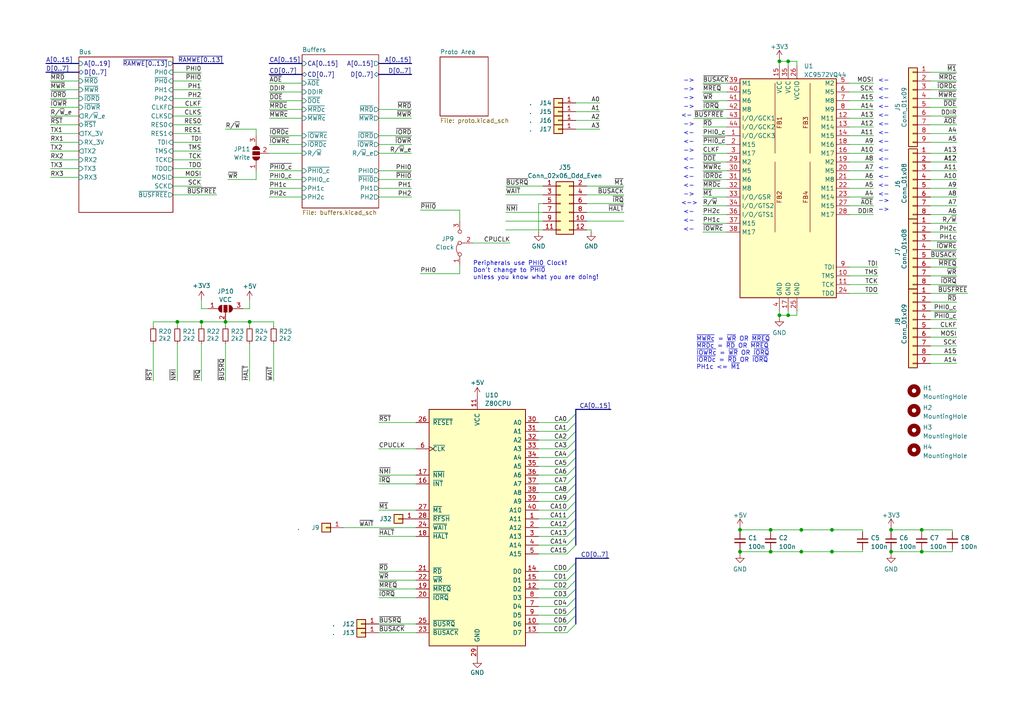
<source format=kicad_sch>
(kicad_sch (version 20230121) (generator eeschema)
  (paper "A4")
  (title_block (title "Unicomp v2 - 6502 6802 Board") (date "2023-06-29") (rev "v2") (company "100% Offner") (comment 1 "v2: Initial"))
  (junction (at 232.41 160.02))
  (junction (at 258.445 153.67))
  (junction (at 72.39 93.345))
  (junction (at 226.06 17.78))
  (junction (at 223.52 153.67))
  (junction (at 241.3 160.02))
  (junction (at 241.3 153.67))
  (junction (at 214.63 153.67))
  (junction (at 65.405 93.345))
  (junction (at 58.42 93.345))
  (junction (at 267.335 153.67))
  (junction (at 223.52 160.02))
  (junction (at 228.6 91.44))
  (junction (at 232.41 153.67))
  (junction (at 214.63 160.02))
  (junction (at 258.445 160.02))
  (junction (at 51.435 93.345))
  (junction (at 226.06 91.44))
  (junction (at 228.6 17.78))
  (junction (at 267.335 160.02))
  (bus_entry (at 167.005 122.555) (size -2.54 2.54))
  (bus_entry (at 167.005 150.495) (size -2.54 2.54))
  (bus_entry (at 167.005 170.815) (size -2.54 2.54))
  (bus_entry (at 167.005 130.175) (size -2.54 2.54))
  (bus_entry (at 167.005 165.735) (size -2.54 2.54))
  (bus_entry (at 167.005 145.415) (size -2.54 2.54))
  (bus_entry (at 167.005 163.195) (size -2.54 2.54))
  (bus_entry (at 167.005 155.575) (size -2.54 2.54))
  (bus_entry (at 167.005 127.635) (size -2.54 2.54))
  (bus_entry (at 167.005 153.035) (size -2.54 2.54))
  (bus_entry (at 167.005 180.975) (size -2.54 2.54))
  (bus_entry (at 167.005 142.875) (size -2.54 2.54))
  (bus_entry (at 167.005 120.015) (size -2.54 2.54))
  (bus_entry (at 167.005 137.795) (size -2.54 2.54))
  (bus_entry (at 167.005 173.355) (size -2.54 2.54))
  (bus_entry (at 167.005 178.435) (size -2.54 2.54))
  (bus_entry (at 167.005 125.095) (size -2.54 2.54))
  (bus_entry (at 167.005 132.715) (size -2.54 2.54))
  (bus_entry (at 167.005 175.895) (size -2.54 2.54))
  (bus_entry (at 167.005 147.955) (size -2.54 2.54))
  (bus_entry (at 167.005 140.335) (size -2.54 2.54))
  (bus_entry (at 167.005 135.255) (size -2.54 2.54))
  (bus_entry (at 167.005 168.275) (size -2.54 2.54))
  (bus_entry (at 167.005 158.115) (size -2.54 2.54))
  (bus (pts (xy 167.005 170.815) (xy 167.005 173.355)))
  (wire (pts (xy 269.875 41.275) (xy 277.495 41.275)))
  (wire (pts (xy 241.3 159.385) (xy 241.3 160.02)))
  (wire (pts (xy 250.19 159.385) (xy 250.19 160.02)))
  (wire (pts (xy 58.42 86.995) (xy 58.42 89.535)))
  (wire (pts (xy 203.835 24.13) (xy 210.82 24.13)))
  (wire (pts (xy 223.52 153.67) (xy 223.52 154.305)))
  (wire (pts (xy 14.605 31.115) (xy 22.86 31.115)))
  (wire (pts (xy 269.875 69.85) (xy 277.495 69.85)))
  (wire (pts (xy 109.855 140.335) (xy 120.65 140.335)))
  (bus (pts (xy 167.005 158.115) (xy 167.005 155.575)))
  (wire (pts (xy 246.38 26.67) (xy 253.365 26.67)))
  (wire (pts (xy 156.21 170.815) (xy 164.465 170.815)))
  (wire (pts (xy 50.165 43.815) (xy 58.42 43.815)))
  (wire (pts (xy 156.21 183.515) (xy 164.465 183.515)))
  (wire (pts (xy 58.42 93.345) (xy 65.405 93.345)))
  (bus (pts (xy 50.165 18.415) (xy 64.77 18.415)))
  (wire (pts (xy 109.855 122.555) (xy 120.65 122.555)))
  (wire (pts (xy 269.875 54.61) (xy 277.495 54.61)))
  (wire (pts (xy 269.875 49.53) (xy 277.495 49.53)))
  (wire (pts (xy 170.18 59.055) (xy 180.975 59.055)))
  (bus (pts (xy 109.855 21.59) (xy 119.38 21.59)))
  (wire (pts (xy 72.39 110.49) (xy 72.39 99.695)))
  (bus (pts (xy 167.005 135.255) (xy 167.005 132.715)))
  (bus (pts (xy 167.005 175.895) (xy 167.005 178.435)))
  (wire (pts (xy 109.855 34.29) (xy 119.38 34.29)))
  (wire (pts (xy 78.105 29.21) (xy 87.63 29.21)))
  (wire (pts (xy 171.45 67.31) (xy 171.45 66.675)))
  (wire (pts (xy 269.875 26.035) (xy 277.495 26.035)))
  (wire (pts (xy 201.295 34.29) (xy 210.82 34.29)))
  (wire (pts (xy 87.63 57.15) (xy 78.105 57.15)))
  (wire (pts (xy 269.875 38.735) (xy 277.495 38.735)))
  (wire (pts (xy 156.21 175.895) (xy 164.465 175.895)))
  (wire (pts (xy 58.42 89.535) (xy 60.325 89.535)))
  (wire (pts (xy 50.165 36.195) (xy 58.42 36.195)))
  (wire (pts (xy 214.63 160.655) (xy 214.63 160.02)))
  (wire (pts (xy 74.295 49.53) (xy 74.295 52.07)))
  (wire (pts (xy 156.21 155.575) (xy 164.465 155.575)))
  (bus (pts (xy 167.005 163.195) (xy 167.005 165.735)))
  (wire (pts (xy 203.835 39.37) (xy 210.82 39.37)))
  (wire (pts (xy 214.63 160.02) (xy 223.52 160.02)))
  (wire (pts (xy 269.875 74.93) (xy 277.495 74.93)))
  (wire (pts (xy 203.835 26.67) (xy 210.82 26.67)))
  (wire (pts (xy 156.21 158.115) (xy 164.465 158.115)))
  (wire (pts (xy 78.105 24.13) (xy 87.63 24.13)))
  (bus (pts (xy 167.005 127.635) (xy 167.005 125.095)))
  (wire (pts (xy 109.855 52.07) (xy 119.38 52.07)))
  (wire (pts (xy 50.165 20.955) (xy 58.42 20.955)))
  (wire (pts (xy 267.335 160.02) (xy 276.225 160.02)))
  (bus (pts (xy 167.005 137.795) (xy 167.005 135.255)))
  (wire (pts (xy 226.06 17.78) (xy 226.06 19.05)))
  (bus (pts (xy 109.855 18.415) (xy 119.38 18.415)))
  (wire (pts (xy 50.165 28.575) (xy 58.42 28.575)))
  (wire (pts (xy 146.685 64.135) (xy 157.48 64.135)))
  (wire (pts (xy 78.105 44.45) (xy 87.63 44.45)))
  (wire (pts (xy 156.21 122.555) (xy 164.465 122.555)))
  (wire (pts (xy 109.855 31.75) (xy 119.38 31.75)))
  (wire (pts (xy 250.19 153.67) (xy 250.19 154.305)))
  (wire (pts (xy 156.21 180.975) (xy 164.465 180.975)))
  (wire (pts (xy 232.41 160.02) (xy 241.3 160.02)))
  (wire (pts (xy 167.005 29.845) (xy 173.99 29.845)))
  (wire (pts (xy 44.45 94.615) (xy 44.45 93.345)))
  (wire (pts (xy 109.855 165.735) (xy 120.65 165.735)))
  (wire (pts (xy 228.6 17.78) (xy 228.6 19.05)))
  (wire (pts (xy 170.18 61.595) (xy 180.975 61.595)))
  (wire (pts (xy 203.835 36.83) (xy 210.82 36.83)))
  (wire (pts (xy 258.445 153.67) (xy 267.335 153.67)))
  (wire (pts (xy 78.105 49.53) (xy 87.63 49.53)))
  (wire (pts (xy 269.875 52.07) (xy 277.495 52.07)))
  (wire (pts (xy 14.605 46.355) (xy 22.86 46.355)))
  (wire (pts (xy 78.105 39.37) (xy 87.63 39.37)))
  (wire (pts (xy 269.875 102.87) (xy 277.495 102.87)))
  (bus (pts (xy 167.005 118.745) (xy 177.165 118.745)))
  (wire (pts (xy 269.875 57.15) (xy 277.495 57.15)))
  (wire (pts (xy 203.835 54.61) (xy 210.82 54.61)))
  (wire (pts (xy 246.38 59.69) (xy 253.365 59.69)))
  (wire (pts (xy 226.06 17.145) (xy 226.06 17.78)))
  (wire (pts (xy 50.165 51.435) (xy 58.42 51.435)))
  (wire (pts (xy 133.35 76.835) (xy 133.35 79.375)))
  (wire (pts (xy 258.445 153.035) (xy 258.445 153.67)))
  (bus (pts (xy 167.005 130.175) (xy 167.005 127.635)))
  (wire (pts (xy 167.005 37.465) (xy 173.99 37.465)))
  (wire (pts (xy 70.485 89.535) (xy 72.39 89.535)))
  (wire (pts (xy 246.38 24.13) (xy 253.365 24.13)))
  (wire (pts (xy 156.21 168.275) (xy 164.465 168.275)))
  (wire (pts (xy 269.875 62.23) (xy 277.495 62.23)))
  (wire (pts (xy 203.835 59.69) (xy 210.82 59.69)))
  (wire (pts (xy 269.875 82.55) (xy 277.495 82.55)))
  (wire (pts (xy 258.445 153.67) (xy 258.445 154.305)))
  (bus (pts (xy 167.005 142.875) (xy 167.005 140.335)))
  (wire (pts (xy 203.835 52.07) (xy 210.82 52.07)))
  (wire (pts (xy 14.605 41.275) (xy 22.86 41.275)))
  (wire (pts (xy 226.06 17.78) (xy 228.6 17.78)))
  (wire (pts (xy 267.335 159.385) (xy 267.335 160.02)))
  (wire (pts (xy 79.375 110.49) (xy 79.375 99.695)))
  (wire (pts (xy 232.41 153.67) (xy 232.41 154.305)))
  (wire (pts (xy 78.105 34.29) (xy 87.63 34.29)))
  (wire (pts (xy 156.21 130.175) (xy 164.465 130.175)))
  (wire (pts (xy 14.605 51.435) (xy 22.86 51.435)))
  (wire (pts (xy 269.875 20.955) (xy 277.495 20.955)))
  (wire (pts (xy 203.835 57.15) (xy 210.82 57.15)))
  (wire (pts (xy 66.04 52.07) (xy 74.295 52.07)))
  (wire (pts (xy 269.875 77.47) (xy 277.495 77.47)))
  (wire (pts (xy 214.63 153.035) (xy 214.63 153.67)))
  (wire (pts (xy 232.41 153.67) (xy 241.3 153.67)))
  (wire (pts (xy 58.42 93.345) (xy 51.435 93.345)))
  (wire (pts (xy 51.435 93.345) (xy 51.435 94.615)))
  (wire (pts (xy 156.21 178.435) (xy 164.465 178.435)))
  (bus (pts (xy 167.005 153.035) (xy 167.005 150.495)))
  (wire (pts (xy 246.38 34.29) (xy 253.365 34.29)))
  (wire (pts (xy 231.14 91.44) (xy 231.14 90.17)))
  (wire (pts (xy 246.38 39.37) (xy 253.365 39.37)))
  (wire (pts (xy 223.52 153.67) (xy 232.41 153.67)))
  (wire (pts (xy 269.875 28.575) (xy 277.495 28.575)))
  (wire (pts (xy 14.605 33.655) (xy 22.86 33.655)))
  (wire (pts (xy 156.21 127.635) (xy 164.465 127.635)))
  (wire (pts (xy 58.42 94.615) (xy 58.42 93.345)))
  (wire (pts (xy 109.855 137.795) (xy 120.65 137.795)))
  (bus (pts (xy 167.005 122.555) (xy 167.005 120.015)))
  (wire (pts (xy 72.39 86.995) (xy 72.39 89.535)))
  (wire (pts (xy 50.165 26.035) (xy 58.42 26.035)))
  (wire (pts (xy 228.6 91.44) (xy 231.14 91.44)))
  (wire (pts (xy 99.695 153.035) (xy 120.65 153.035)))
  (bus (pts (xy 22.86 18.415) (xy 13.335 18.415)))
  (wire (pts (xy 269.875 33.655) (xy 277.495 33.655)))
  (wire (pts (xy 228.6 17.78) (xy 231.14 17.78)))
  (wire (pts (xy 269.875 87.63) (xy 277.495 87.63)))
  (bus (pts (xy 176.53 161.925) (xy 167.005 161.925)))
  (wire (pts (xy 246.38 77.47) (xy 254.635 77.47)))
  (wire (pts (xy 109.855 41.91) (xy 119.38 41.91)))
  (wire (pts (xy 246.38 62.23) (xy 253.365 62.23)))
  (wire (pts (xy 232.41 159.385) (xy 232.41 160.02)))
  (wire (pts (xy 156.21 132.715) (xy 164.465 132.715)))
  (wire (pts (xy 228.6 91.44) (xy 228.6 90.17)))
  (wire (pts (xy 50.165 48.895) (xy 58.42 48.895)))
  (wire (pts (xy 170.18 56.515) (xy 180.975 56.515)))
  (wire (pts (xy 44.45 93.345) (xy 51.435 93.345)))
  (wire (pts (xy 156.21 165.735) (xy 164.465 165.735)))
  (wire (pts (xy 146.685 56.515) (xy 157.48 56.515)))
  (wire (pts (xy 50.165 33.655) (xy 58.42 33.655)))
  (wire (pts (xy 246.38 36.83) (xy 253.365 36.83)))
  (wire (pts (xy 156.21 140.335) (xy 164.465 140.335)))
  (wire (pts (xy 72.39 93.345) (xy 72.39 94.615)))
  (wire (pts (xy 156.21 142.875) (xy 164.465 142.875)))
  (wire (pts (xy 269.875 80.01) (xy 277.495 80.01)))
  (wire (pts (xy 269.875 31.115) (xy 277.495 31.115)))
  (wire (pts (xy 203.835 46.99) (xy 210.82 46.99)))
  (wire (pts (xy 78.105 52.07) (xy 87.63 52.07)))
  (wire (pts (xy 156.21 147.955) (xy 164.465 147.955)))
  (wire (pts (xy 14.605 36.195) (xy 22.86 36.195)))
  (bus (pts (xy 167.005 173.355) (xy 167.005 175.895)))
  (bus (pts (xy 87.63 18.415) (xy 78.105 18.415)))
  (wire (pts (xy 146.685 61.595) (xy 157.48 61.595)))
  (wire (pts (xy 241.3 153.67) (xy 241.3 154.305)))
  (wire (pts (xy 50.165 41.275) (xy 58.42 41.275)))
  (wire (pts (xy 269.875 92.71) (xy 277.495 92.71)))
  (wire (pts (xy 226.06 91.44) (xy 228.6 91.44)))
  (bus (pts (xy 167.005 132.715) (xy 167.005 130.175)))
  (wire (pts (xy 65.405 93.345) (xy 72.39 93.345)))
  (wire (pts (xy 269.875 67.31) (xy 277.495 67.31)))
  (wire (pts (xy 109.855 170.815) (xy 120.65 170.815)))
  (wire (pts (xy 269.875 90.17) (xy 277.495 90.17)))
  (wire (pts (xy 226.06 90.17) (xy 226.06 91.44)))
  (wire (pts (xy 269.875 97.79) (xy 277.495 97.79)))
  (wire (pts (xy 156.21 59.055) (xy 157.48 59.055)))
  (wire (pts (xy 79.375 93.345) (xy 72.39 93.345)))
  (bus (pts (xy 167.005 140.335) (xy 167.005 137.795)))
  (wire (pts (xy 223.52 159.385) (xy 223.52 160.02)))
  (bus (pts (xy 167.005 125.095) (xy 167.005 122.555)))
  (wire (pts (xy 203.835 64.77) (xy 210.82 64.77)))
  (wire (pts (xy 50.165 53.975) (xy 58.42 53.975)))
  (wire (pts (xy 203.835 49.53) (xy 210.82 49.53)))
  (wire (pts (xy 58.42 110.49) (xy 58.42 99.695)))
  (wire (pts (xy 121.92 79.375) (xy 133.35 79.375)))
  (wire (pts (xy 203.835 29.21) (xy 210.82 29.21)))
  (bus (pts (xy 167.005 178.435) (xy 167.005 180.975)))
  (wire (pts (xy 14.605 28.575) (xy 22.86 28.575)))
  (wire (pts (xy 246.38 29.21) (xy 253.365 29.21)))
  (wire (pts (xy 121.92 60.96) (xy 133.35 60.96)))
  (wire (pts (xy 78.105 41.91) (xy 87.63 41.91)))
  (wire (pts (xy 246.38 49.53) (xy 253.365 49.53)))
  (wire (pts (xy 50.165 56.515) (xy 62.865 56.515)))
  (bus (pts (xy 167.005 161.925) (xy 167.005 163.195)))
  (bus (pts (xy 167.005 145.415) (xy 167.005 142.875)))
  (wire (pts (xy 246.38 31.75) (xy 253.365 31.75)))
  (wire (pts (xy 156.21 160.655) (xy 164.465 160.655)))
  (wire (pts (xy 203.835 41.91) (xy 210.82 41.91)))
  (wire (pts (xy 156.21 137.795) (xy 164.465 137.795)))
  (wire (pts (xy 223.52 160.02) (xy 232.41 160.02)))
  (wire (pts (xy 50.165 38.735) (xy 58.42 38.735)))
  (wire (pts (xy 246.38 41.91) (xy 253.365 41.91)))
  (wire (pts (xy 44.45 110.49) (xy 44.45 99.695)))
  (wire (pts (xy 14.605 43.815) (xy 22.86 43.815)))
  (wire (pts (xy 269.875 36.195) (xy 277.495 36.195)))
  (wire (pts (xy 231.14 17.78) (xy 231.14 19.05)))
  (wire (pts (xy 51.435 110.49) (xy 51.435 99.695)))
  (wire (pts (xy 203.835 67.31) (xy 210.82 67.31)))
  (wire (pts (xy 146.685 53.975) (xy 157.48 53.975)))
  (wire (pts (xy 14.605 38.735) (xy 22.86 38.735)))
  (wire (pts (xy 156.21 150.495) (xy 164.465 150.495)))
  (wire (pts (xy 214.63 153.67) (xy 214.63 154.305)))
  (wire (pts (xy 109.855 54.61) (xy 119.38 54.61)))
  (wire (pts (xy 109.855 44.45) (xy 119.38 44.45)))
  (wire (pts (xy 276.225 159.385) (xy 276.225 160.02)))
  (wire (pts (xy 109.855 168.275) (xy 120.65 168.275)))
  (wire (pts (xy 14.605 23.495) (xy 22.86 23.495)))
  (wire (pts (xy 203.835 44.45) (xy 210.82 44.45)))
  (wire (pts (xy 65.405 110.49) (xy 65.405 99.695)))
  (wire (pts (xy 14.605 26.035) (xy 22.86 26.035)))
  (wire (pts (xy 109.855 173.355) (xy 120.65 173.355)))
  (wire (pts (xy 65.405 94.615) (xy 65.405 93.345)))
  (wire (pts (xy 74.295 37.465) (xy 74.295 39.37)))
  (bus (pts (xy 87.63 21.59) (xy 78.105 21.59)))
  (wire (pts (xy 109.855 130.175) (xy 120.65 130.175)))
  (wire (pts (xy 226.06 91.44) (xy 226.06 92.075)))
  (bus (pts (xy 167.005 120.015) (xy 167.005 118.745)))
  (wire (pts (xy 65.405 37.465) (xy 74.295 37.465)))
  (wire (pts (xy 203.835 62.23) (xy 210.82 62.23)))
  (wire (pts (xy 269.875 59.69) (xy 277.495 59.69)))
  (wire (pts (xy 167.005 32.385) (xy 173.99 32.385)))
  (wire (pts (xy 78.105 26.67) (xy 87.63 26.67)))
  (wire (pts (xy 258.445 160.02) (xy 267.335 160.02)))
  (bus (pts (xy 167.005 147.955) (xy 167.005 145.415)))
  (bus (pts (xy 167.005 150.495) (xy 167.005 147.955)))
  (wire (pts (xy 203.835 31.75) (xy 210.82 31.75)))
  (wire (pts (xy 156.21 59.055) (xy 156.21 67.31)))
  (wire (pts (xy 269.875 85.09) (xy 280.67 85.09)))
  (wire (pts (xy 246.38 52.07) (xy 253.365 52.07)))
  (wire (pts (xy 269.875 100.33) (xy 277.495 100.33)))
  (wire (pts (xy 246.38 44.45) (xy 253.365 44.45)))
  (wire (pts (xy 267.335 153.67) (xy 267.335 154.305)))
  (wire (pts (xy 269.875 23.495) (xy 277.495 23.495)))
  (wire (pts (xy 246.38 54.61) (xy 253.365 54.61)))
  (wire (pts (xy 246.38 85.09) (xy 254.635 85.09)))
  (wire (pts (xy 137.16 70.485) (xy 147.955 70.485)))
  (wire (pts (xy 109.855 49.53) (xy 119.38 49.53)))
  (wire (pts (xy 109.855 183.515) (xy 120.65 183.515)))
  (wire (pts (xy 269.875 46.99) (xy 277.495 46.99)))
  (wire (pts (xy 269.875 72.39) (xy 277.495 72.39)))
  (wire (pts (xy 50.165 23.495) (xy 58.42 23.495)))
  (wire (pts (xy 269.875 95.25) (xy 277.495 95.25)))
  (wire (pts (xy 156.21 145.415) (xy 164.465 145.415)))
  (wire (pts (xy 156.21 125.095) (xy 164.465 125.095)))
  (bus (pts (xy 22.86 20.955) (xy 13.335 20.955)))
  (wire (pts (xy 109.855 39.37) (xy 119.38 39.37)))
  (wire (pts (xy 241.3 160.02) (xy 250.19 160.02)))
  (wire (pts (xy 157.48 66.675) (xy 146.685 66.675)))
  (wire (pts (xy 246.38 46.99) (xy 253.365 46.99)))
  (wire (pts (xy 269.875 64.77) (xy 277.495 64.77)))
  (wire (pts (xy 167.005 34.925) (xy 173.99 34.925)))
  (wire (pts (xy 87.63 54.61) (xy 78.105 54.61)))
  (wire (pts (xy 50.165 46.355) (xy 58.42 46.355)))
  (wire (pts (xy 170.18 64.135) (xy 180.975 64.135)))
  (wire (pts (xy 50.165 31.115) (xy 58.42 31.115)))
  (wire (pts (xy 109.855 180.975) (xy 120.65 180.975)))
  (wire (pts (xy 180.975 53.975) (xy 170.18 53.975)))
  (wire (pts (xy 171.45 66.675) (xy 170.18 66.675)))
  (wire (pts (xy 214.63 160.02) (xy 214.63 159.385)))
  (wire (pts (xy 258.445 159.385) (xy 258.445 160.02)))
  (wire (pts (xy 258.445 160.02) (xy 258.445 160.655)))
  (wire (pts (xy 133.35 64.135) (xy 133.35 60.96)))
  (wire (pts (xy 276.225 153.67) (xy 276.225 154.305)))
  (wire (pts (xy 214.63 153.67) (xy 223.52 153.67)))
  (wire (pts (xy 267.335 153.67) (xy 276.225 153.67)))
  (bus (pts (xy 167.005 165.735) (xy 167.005 168.275)))
  (bus (pts (xy 167.005 155.575) (xy 167.005 153.035)))
  (wire (pts (xy 246.38 80.01) (xy 254.635 80.01)))
  (wire (pts (xy 246.38 82.55) (xy 254.635 82.55)))
  (wire (pts (xy 14.605 48.895) (xy 22.86 48.895)))
  (wire (pts (xy 269.875 105.41) (xy 277.495 105.41)))
  (wire (pts (xy 109.855 155.575) (xy 120.65 155.575)))
  (wire (pts (xy 269.875 44.45) (xy 277.495 44.45)))
  (wire (pts (xy 156.21 173.355) (xy 164.465 173.355)))
  (wire (pts (xy 241.3 153.67) (xy 250.19 153.67)))
  (wire (pts (xy 246.38 57.15) (xy 253.365 57.15)))
  (wire (pts (xy 156.21 135.255) (xy 164.465 135.255)))
  (wire (pts (xy 109.855 57.15) (xy 119.38 57.15)))
  (wire (pts (xy 79.375 94.615) (xy 79.375 93.345)))
  (wire (pts (xy 78.105 31.75) (xy 87.63 31.75)))
  (bus (pts (xy 167.005 168.275) (xy 167.005 170.815)))
  (wire (pts (xy 156.21 153.035) (xy 164.465 153.035)))
  (wire (pts (xy 109.855 147.955) (xy 120.65 147.955)))
  (text "<-" (at 198.12 46.99 0) (effects (font (size 1.27 1.27)) (justify left bottom)))
  (text "<-" (at 198.12 49.53 0) (effects (font (size 1.27 1.27)) (justify left bottom)))
  (text "->" (at 198.12 29.21 0) (effects (font (size 1.27 1.27)) (justify left bottom)))
  (text "<-" (at 254.635 24.13 0) (effects (font (size 1.27 1.27)) (justify left bottom)))
  (text "<-" (at 254.635 39.37 0) (effects (font (size 1.27 1.27)) (justify left bottom)))
  (text "<-" (at 254.635 54.61 0) (effects (font (size 1.27 1.27)) (justify left bottom)))
  (text "<-" (at 254.635 46.99 0) (effects (font (size 1.27 1.27)) (justify left bottom)))
  (text "<-" (at 254.635 31.75 0) (effects (font (size 1.27 1.27)) (justify left bottom)))
  (text "->" (at 254.635 59.055 0) (effects (font (size 1.27 1.27)) (justify left bottom)))
  (text "->" (at 198.12 44.45 0) (effects (font (size 1.27 1.27)) (justify left bottom)))
  (text "->" (at 254.635 61.595 0) (effects (font (size 1.27 1.27)) (justify left bottom)))
  (text "->" (at 198.12 31.75 0) (effects (font (size 1.27 1.27)) (justify left bottom)))
  (text "->" (at 198.12 36.83 0) (effects (font (size 1.27 1.27)) (justify left bottom)))
  (text "<-" (at 254.635 29.21 0) (effects (font (size 1.27 1.27)) (justify left bottom)))
  (text "<-" (at 198.12 54.61 0) (effects (font (size 1.27 1.27)) (justify left bottom)))
  (text "<-" (at 254.635 52.07 0) (effects (font (size 1.27 1.27)) (justify left bottom)))
  (text "<-" (at 198.12 64.77 0) (effects (font (size 1.27 1.27)) (justify left bottom)))
  (text "<-" (at 254.635 41.91 0) (effects (font (size 1.27 1.27)) (justify left bottom)))
  (text "<-" (at 198.12 41.91 0) (effects (font (size 1.27 1.27)) (justify left bottom)))
  (text "<->\n" (at 197.485 59.69 0) (effects (font (size 1.27 1.27)) (justify left bottom)))
  (text "->" (at 198.12 57.15 0) (effects (font (size 1.27 1.27)) (justify left bottom)))
  (text "<-" (at 198.12 39.37 0) (effects (font (size 1.27 1.27)) (justify left bottom)))
  (text "<-" (at 198.12 62.23 0) (effects (font (size 1.27 1.27)) (justify left bottom)))
  (text "<-" (at 254.635 36.83 0) (effects (font (size 1.27 1.27)) (justify left bottom)))
  (text "<-" (at 254.635 34.29 0) (effects (font (size 1.27 1.27)) (justify left bottom)))
  (text "<-" (at 254.635 57.15 0) (effects (font (size 1.27 1.27)) (justify left bottom)))
  (text "<-" (at 197.485 34.29 0) (effects (font (size 1.27 1.27)) (justify left bottom)))
  (text "<-" (at 254.635 44.45 0) (effects (font (size 1.27 1.27)) (justify left bottom)))
  (text "->" (at 198.12 24.13 0) (effects (font (size 1.27 1.27)) (justify left bottom)))
  (text "<-" (at 198.12 67.31 0) (effects (font (size 1.27 1.27)) (justify left bottom)))
  (text "<-" (at 254.635 49.53 0) (effects (font (size 1.27 1.27)) (justify left bottom)))
  (text "~{MWRc} = ~{WR} OR ~{MREQ}\n~{MRDc} = ~{RD} OR ~{MREQ}\n~{IOWRc} = ~{WR} OR ~{IORQ}\n~{IORDc} = ~{RD} OR ~{IORQ}\nPH1c <= ~{M1}" (at 201.93 107.315 0) (effects (font (size 1.27 1.27)) (justify left bottom)))
  (text "<-" (at 254.635 26.67 0) (effects (font (size 1.27 1.27)) (justify left bottom)))
  (text "->" (at 198.12 26.67 0) (effects (font (size 1.27 1.27)) (justify left bottom)))
  (text "<-" (at 198.12 52.07 0) (effects (font (size 1.27 1.27)) (justify left bottom)))
  (text "Peripherals use PHI0 Clock!\nDon't change to ~{PHI0}\nunless you know what you are doing!" (at 137.16 81.28 0) (effects (font (size 1.27 1.27)) (justify left bottom)))
  (label "~{BUSRQ}" (at 146.685 53.975 0))
  (label "CD3" (at 164.465 173.355 180))
  (label "CA7" (at 164.465 140.335 180))
  (label "~{IOWR}" (at 14.605 31.115 0))
  (label "~{PHI0}" (at 119.38 52.07 180))
  (label "~{WR}" (at 109.855 168.275 0))
  (label "A9" (at 253.365 41.91 180))
  (label "A5" (at 253.365 54.61 180))
  (label "A14" (at 277.495 105.41 180))
  (label "CPUCLK" (at 147.955 70.485 180))
  (label "~{DOE}" (at 203.835 46.99 0))
  (label "~{IOWRc}" (at 277.495 72.39 180))
  (label "CA14" (at 164.465 158.115 180))
  (label "~{IORQ}" (at 109.855 173.355 0))
  (label "CA11" (at 164.465 150.495 180))
  (label "~{IOWRc}" (at 203.835 67.31 0))
  (label "~{M1}" (at 277.495 20.955 180))
  (label "PH1c" (at 277.495 69.85 180))
  (label "~{BUSACK}" (at 203.835 24.13 0))
  (label "PH2" (at 58.42 28.575 180))
  (label "PHI0_c" (at 277.495 90.17 180))
  (label "DDIR" (at 253.365 62.23 180))
  (label "TCK" (at 254.635 82.55 180))
  (label "~{M1}" (at 109.855 147.955 0))
  (label "A11" (at 253.365 39.37 180))
  (label "PH1c" (at 203.835 64.77 0))
  (label "~{MWRc}" (at 78.105 34.29 0))
  (label "~{WAIT}" (at 79.375 110.49 90))
  (label "~{MWR}" (at 119.38 34.29 180))
  (label "~{IOWR}" (at 119.38 41.91 180))
  (label "CPUCLK" (at 109.855 130.175 0))
  (label "~{DOE}" (at 277.495 31.115 180))
  (label "~{PHI0_c}" (at 277.495 92.71 180))
  (label "~{WR}" (at 277.495 80.01 180))
  (label "~{MREQ}" (at 203.835 26.67 0))
  (label "TX2" (at 14.605 43.815 0))
  (label "A10" (at 253.365 44.45 180))
  (label "~{BUSACK}" (at 277.495 74.93 180))
  (label "CA5" (at 164.465 135.255 180))
  (label "TX3" (at 14.605 48.895 0))
  (label "~{IORQ}" (at 277.495 82.55 180))
  (label "CLKS" (at 58.42 33.655 180))
  (label "A13" (at 253.365 34.29 180))
  (label "PH2c" (at 78.105 57.15 0))
  (label "~{BUSRQ}" (at 65.405 110.49 90))
  (label "SCK" (at 277.495 100.33 180))
  (label "~{RD}" (at 277.495 87.63 180))
  (label "SCK" (at 58.42 53.975 180))
  (label "~{RST}" (at 44.45 110.49 90))
  (label "TDO" (at 254.635 85.09 180))
  (label "~{MRDc}" (at 78.105 31.75 0))
  (label "CA3" (at 164.465 130.175 180))
  (label "PHI0_c" (at 78.105 52.07 0))
  (label "A5" (at 277.495 41.275 180))
  (label "PHI0" (at 121.92 79.375 0))
  (label "~{MREQ}" (at 109.855 170.815 0))
  (label "~{IRQ}" (at 58.42 110.49 90))
  (label "A12" (at 253.365 36.83 180))
  (label "R{slash}~{W}_e" (at 119.38 44.45 180))
  (label "CA10" (at 164.465 147.955 180))
  (label "CD6" (at 164.465 180.975 180))
  (label "A10" (at 277.495 52.07 180))
  (label "A15" (at 253.365 29.21 180))
  (label "DDIR" (at 78.105 26.67 0))
  (label "~{BUSFREE}" (at 280.67 85.09 180))
  (label "TDI" (at 58.42 41.275 180))
  (label "~{IRQ}" (at 109.855 140.335 0))
  (label "~{RST}" (at 14.605 36.195 0))
  (label "CA4" (at 164.465 132.715 180))
  (label "R{slash}~{W}_e" (at 14.605 33.655 0))
  (label "CLKF" (at 58.42 31.115 180))
  (label "CA15" (at 164.465 160.655 180))
  (label "~{RD}" (at 109.855 165.735 0))
  (label "~{BUSFREE}" (at 62.865 56.515 180))
  (label "CA[0..15]" (at 177.165 118.745 180))
  (label "~{M1}" (at 180.975 53.975 180))
  (label "~{BUSFREE}" (at 201.295 34.29 0))
  (label "SCK" (at 253.365 26.67 180))
  (label "~{IORD}" (at 14.605 28.575 0))
  (label "CA9" (at 164.465 145.415 180))
  (label "A9" (at 277.495 54.61 180))
  (label "~{RAMWE[0..13]}" (at 64.77 18.415 180))
  (label "~{MRD}" (at 119.38 31.75 180))
  (label "~{NMI}" (at 146.685 61.595 0))
  (label "A15" (at 277.495 102.87 180))
  (label "A3" (at 173.99 37.465 180))
  (label "RX3" (at 14.605 51.435 0))
  (label "CD4" (at 164.465 175.895 180))
  (label "RES1" (at 58.42 38.735 180))
  (label "PH2c" (at 277.495 67.31 180))
  (label "CA2" (at 164.465 127.635 180))
  (label "~{WR}" (at 66.04 52.07 0))
  (label "CLKF" (at 203.835 44.45 0))
  (label "TDO" (at 58.42 48.895 180))
  (label "MOSI" (at 58.42 51.435 180))
  (label "~{BUSACK}" (at 109.855 183.515 0))
  (label "PHI0_c" (at 203.835 39.37 0))
  (label "~{IORDc}" (at 78.105 39.37 0))
  (label "CA[0..15]" (at 78.105 18.415 0))
  (label "~{MRDc}" (at 277.495 23.495 180))
  (label "RES0" (at 58.42 36.195 180))
  (label "CA1" (at 164.465 125.095 180))
  (label "CD5" (at 164.465 178.435 180))
  (label "~{WAIT}" (at 146.685 56.515 0))
  (label "PHI0" (at 119.38 49.53 180))
  (label "CD7" (at 164.465 183.515 180))
  (label "~{DOE}" (at 78.105 29.21 0))
  (label "CD[0..7]" (at 78.105 21.59 0))
  (label "PHI0" (at 58.42 20.955 180))
  (label "TMS" (at 58.42 43.815 180))
  (label "MOSI" (at 277.495 97.79 180))
  (label "CA0" (at 164.465 122.555 180))
  (label "D[0..7]" (at 13.335 20.955 0))
  (label "CA8" (at 164.465 142.875 180))
  (label "RX1" (at 14.605 41.275 0))
  (label "A13" (at 277.495 44.45 180))
  (label "PH1" (at 119.38 54.61 180))
  (label "A14" (at 253.365 31.75 180))
  (label "~{MWR}" (at 14.605 26.035 0))
  (label "~{MREQ}" (at 277.495 77.47 180))
  (label "RX2" (at 14.605 46.355 0))
  (label "TDI" (at 254.635 77.47 180))
  (label "CD1" (at 164.465 168.275 180))
  (label "~{BUSRQ}" (at 109.855 180.975 0))
  (label "R{slash}~{W}" (at 277.495 64.77 180))
  (label "DDIR" (at 277.495 33.655 180))
  (label "~{IORD}" (at 119.38 39.37 180))
  (label "CD[0..7]" (at 176.53 161.925 180))
  (label "~{HALT}" (at 180.975 61.595 180))
  (label "TX1" (at 14.605 38.735 0))
  (label "CLKF" (at 277.495 95.25 180))
  (label "A8" (at 253.365 46.99 180))
  (label "A12" (at 277.495 46.99 180))
  (label "~{MRDc}" (at 203.835 54.61 0))
  (label "~{M1}" (at 203.835 57.15 0))
  (label "A8" (at 277.495 57.15 180))
  (label "~{RD}" (at 203.835 36.83 0))
  (label "~{NMI}" (at 51.435 110.49 90))
  (label "~{HALT}" (at 109.855 155.575 0))
  (label "~{BUSACK}" (at 180.975 56.515 180))
  (label "A6" (at 253.365 52.07 180))
  (label "~{NMI}" (at 109.855 137.795 0))
  (label "~{IORQ}" (at 203.835 31.75 0))
  (label "A6" (at 277.495 62.23 180))
  (label "PH1c" (at 78.105 54.61 0))
  (label "R{slash}~{W}" (at 203.835 59.69 0))
  (label "PH2" (at 119.38 57.15 180))
  (label "TMS" (at 254.635 80.01 180))
  (label "~{PHI0_c}" (at 203.835 41.91 0))
  (label "A1" (at 173.99 32.385 180))
  (label "CA12" (at 164.465 153.035 180))
  (label "A[0..15]" (at 13.335 18.415 0))
  (label "CA6" (at 164.465 137.795 180))
  (label "A12" (at 277.495 46.99 180))
  (label "~{AOE}" (at 253.365 59.69 180))
  (label "~{PHI0_c}" (at 78.105 49.53 0))
  (label "~{PHI0}" (at 121.92 60.96 0))
  (label "~{MRD}" (at 14.605 23.495 0))
  (label "~{MWRc}" (at 277.495 28.575 180))
  (label "A2" (at 173.99 34.925 180))
  (label "~{WR}" (at 203.835 29.21 0))
  (label "~{AOE}" (at 277.495 36.195 180))
  (label "~{IORDc}" (at 203.835 52.07 0))
  (label "A4" (at 253.365 57.15 180))
  (label "A4" (at 277.495 38.735 180))
  (label "A11" (at 277.495 49.53 180))
  (label "R{slash}~{W}" (at 65.405 37.465 0))
  (label "~{AOE}" (at 78.105 24.13 0))
  (label "~{WAIT}" (at 104.14 153.035 0))
  (label "~{MWRc}" (at 203.835 49.53 0))
  (label "A7" (at 277.495 59.69 180))
  (label "CA13" (at 164.465 155.575 180))
  (label "CD0" (at 164.465 165.735 180))
  (label "CD2" (at 164.465 170.815 180))
  (label "MOSI" (at 253.365 24.13 180))
  (label "PH2c" (at 203.835 62.23 0))
  (label "A0" (at 173.99 29.845 180))
  (label "D[0..7]" (at 119.38 21.59 180))
  (label "~{IOWRc}" (at 78.105 41.91 0))
  (label "A7" (at 253.365 49.53 180))
  (label "~{IRQ}" (at 180.975 59.055 180))
  (label "~{HALT}" (at 72.39 110.49 90))
  (label "TCK" (at 58.42 46.355 180))
  (label "A[0..15]" (at 119.38 18.415 180))
  (label "~{RST}" (at 109.855 122.555 0))
  (label "PH1" (at 58.42 26.035 180))
  (label "~{IORDc}" (at 277.495 26.035 180))
  (label "~{PHI0}" (at 58.42 23.495 180))
  (symbol (lib_id "Device:C_Small") (at 223.52 156.845 0) (unit 1)
    (property "Reference" "C2" (at 225.8441 156.0166 0) (effects (justify left)))
    (property "Value" "100n" (at 225.8441 158.5535 0) (effects (justify left)))
    (property "Footprint" "Capacitor_SMD:C_1206_3216Metric" (effects hide))
  )
  (symbol (lib_id "Device:R_Small") (at 44.45 97.155 0) (unit 1)
    (property "Reference" "R20" (at 45.9486 96.131 0) (effects (justify left)))
    (property "Value" "2k2" (at 45.9486 98.179 0) (effects (justify left)))
    (property "Footprint" "Resistor_SMD:R_1206_3216Metric_Pad1.30x1.75mm_HandSolder" (effects hide))
  )
  (symbol (lib_id "Device:R_Small") (at 58.42 97.155 0) (unit 1)
    (property "Reference" "R22" (at 59.9186 96.131 0) (effects (justify left)))
    (property "Value" "2k2" (at 59.9186 98.179 0) (effects (justify left)))
    (property "Footprint" "Resistor_SMD:R_1206_3216Metric_Pad1.30x1.75mm_HandSolder" (effects hide))
  )
  (symbol (lib_id "Mechanical:MountingHole") (at 265.1125 113.3475 0) (unit 1)
    (property "Reference" "H1" (at 267.6525 112.5128 0) (effects (justify left)))
    (property "Value" "MountingHole" (at 267.6525 115.0497 0) (effects (justify left)))
    (property "Footprint" "MountingHole:MountingHole_3.2mm_M3" (effects hide))
  )
  (symbol (lib_id "Device:C_Small") (at 276.225 156.845 0) (unit 1)
    (property "Reference" "C8" (at 278.5491 156.0166 0) (effects (justify left)))
    (property "Value" "100n" (at 278.5491 158.5535 0) (effects (justify left)))
    (property "Footprint" "Capacitor_SMD:C_1206_3216Metric" (effects hide))
  )
  (symbol (lib_id "Device:R_Small") (at 79.375 97.155 0) (unit 1)
    (property "Reference" "R25" (at 80.8736 96.131 0) (effects (justify left)))
    (property "Value" "2k2" (at 80.8736 98.179 0) (effects (justify left)))
    (property "Footprint" "Resistor_SMD:R_1206_3216Metric_Pad1.30x1.75mm_HandSolder" (effects hide))
  )
  (symbol (lib_id "Connector_Generic:Conn_01x01") (at 161.925 34.925 0) (mirror y) (unit 1)
    (property "Reference" "J16" (at 160.02 34.925 0) (effects (justify left)))
    (property "Value" "." (at 154.305 34.925 0) (effects (justify left)))
    (property "Footprint" "Connector_PinHeader_2.00mm:PinHeader_1x01_P2.00mm_Vertical" (effects hide))
  )
  (symbol (lib_id "Jumper:Jumper_3_Bridged12") (at 133.35 70.485 90) (unit 1)
    (property "Reference" "JP9" (at 131.7239 69.2729 90) (effects (justify left)))
    (property "Value" "Clock" (at 131.7239 71.6971 90) (effects (justify left)))
    (property "Footprint" "Jumper:SolderJumper-3_P1.3mm_Bridged12_RoundedPad1.0x1.5mm" (effects hide))
  )
  (symbol (lib_id "Connector_Generic:Conn_01x01") (at 161.925 29.845 0) (mirror y) (unit 1)
    (property "Reference" "J14" (at 160.02 29.845 0) (effects (justify left)))
    (property "Value" "." (at 154.305 29.845 0) (effects (justify left)))
    (property "Footprint" "Connector_PinHeader_2.00mm:PinHeader_1x01_P2.00mm_Vertical" (effects hide))
  )
  (symbol (lib_id "CPU:Z80CPU") (at 138.43 153.035 0) (unit 1)
    (property "Reference" "U10" (at 140.6241 114.6007 0) (effects (justify left)))
    (property "Value" "Z80CPU" (at 140.6241 117.0249 0) (effects (justify left)))
    (property "Footprint" "Package_DIP:DIP-40_W15.24mm_Socket_LongPads" (effects hide))
    (property "Datasheet" "www.zilog.com/manage_directlink.php?filepath=docs/z80/um0080" (effects hide))
  )
  (symbol (lib_id "Connector_Generic:Conn_01x01") (at 115.57 150.495 0) (mirror y) (unit 1)
    (property "Reference" "J32" (at 113.665 150.495 0) (effects (justify left)))
    (property "Value" "." (at 107.95 150.495 0) (effects (justify left)))
    (property "Footprint" "Connector_PinHeader_2.00mm:PinHeader_1x01_P2.00mm_Vertical" (effects hide))
  )
  (symbol (lib_id "Connector_Generic:Conn_01x09") (at 264.795 31.115 0) (mirror y) (unit 1)
    (property "Reference" "J5" (at 260.35 31.115 90))
    (property "Value" "Conn_01x09" (at 262.2519 31.115 90))
    (property "Footprint" "Connector_PinHeader_2.54mm:PinHeader_1x09_P2.54mm_Vertical" (effects hide))
  )
  (symbol (lib_id "Jumper:SolderJumper_3_Open") (at 65.405 89.535 0) (unit 1)
    (property "Reference" "JP10" (at 65.405 84.5017 0))
    (property "Value" "VCC" (at 65.405 86.9259 0))
    (property "Footprint" "Jumper:SolderJumper-3_P1.3mm_Open_RoundedPad1.0x1.5mm_NumberLabels" (effects hide))
  )
  (symbol (lib_id "Device:C_Small") (at 267.335 156.845 0) (unit 1)
    (property "Reference" "C7" (at 269.6591 156.0166 0) (effects (justify left)))
    (property "Value" "100n" (at 269.6591 158.5535 0) (effects (justify left)))
    (property "Footprint" "Capacitor_SMD:C_1206_3216Metric" (effects hide))
  )
  (symbol (lib_id "power:GND") (at 214.63 160.655 0) (unit 1)
    (property "Reference" "#PWR05" (effects hide))
    (property "Value" "GND" (at 214.63 165.0984 0))
  )
  (symbol (lib_id "Mechanical:MountingHole") (at 265.1125 124.7775 0) (unit 1)
    (property "Reference" "H3" (at 267.6525 123.9428 0) (effects (justify left)))
    (property "Value" "MountingHole" (at 267.6525 126.4797 0) (effects (justify left)))
    (property "Footprint" "MountingHole:MountingHole_3.2mm_M3" (effects hide))
  )
  (symbol (lib_id "power:+3V3") (at 226.06 17.145 0) (unit 1)
    (property "Reference" "#PWR01" (effects hide))
    (property "Value" "+3V3" (at 226.06 13.5692 0))
  )
  (symbol (lib_name "+5V_1") (lib_id "power:+5V") (at 138.43 114.935 0) (unit 1)
    (property "Reference" "#PWR051" (effects hide))
    (property "Value" "+5V" (at 138.43 110.99 0))
  )
  (symbol (lib_id "Jumper:SolderJumper_3_Open") (at 74.295 44.45 90) (unit 1)
    (property "Reference" "JP11" (at 72.6441 43.2379 90) (effects (justify left)))
    (property "Value" "Write" (at 72.6441 45.6621 90) (effects (justify left)))
    (property "Footprint" "Jumper:SolderJumper-3_P1.3mm_Open_RoundedPad1.0x1.5mm_NumberLabels" (effects hide))
  )
  (symbol (lib_id "Device:R_Small") (at 51.435 97.155 0) (unit 1)
    (property "Reference" "R21" (at 52.9336 96.131 0) (effects (justify left)))
    (property "Value" "2k2" (at 52.9336 98.179 0) (effects (justify left)))
    (property "Footprint" "Resistor_SMD:R_1206_3216Metric_Pad1.30x1.75mm_HandSolder" (effects hide))
  )
  (symbol (lib_id "Mechanical:MountingHole") (at 265.1125 119.0625 0) (unit 1)
    (property "Reference" "H2" (at 267.6525 118.2278 0) (effects (justify left)))
    (property "Value" "MountingHole" (at 267.6525 120.7647 0) (effects (justify left)))
    (property "Footprint" "MountingHole:MountingHole_3.2mm_M3" (effects hide))
  )
  (symbol (lib_name "GND_2") (lib_id "power:GND") (at 156.21 67.31 0) (unit 1)
    (property "Reference" "#PWR018" (effects hide))
    (property "Value" "GND" (at 156.21 71.4431 0))
  )
  (symbol (lib_name "+3V3_1") (lib_id "power:+3V3") (at 58.42 86.995 0) (unit 1)
    (property "Reference" "#PWR044" (effects hide))
    (property "Value" "+3V3" (at 58.42 82.8619 0))
  )
  (symbol (lib_name "GND_2") (lib_id "power:GND") (at 171.45 67.31 0) (unit 1)
    (property "Reference" "#PWR043" (effects hide))
    (property "Value" "GND" (at 171.45 71.4431 0))
  )
  (symbol (lib_id "Connector_Generic:Conn_01x08") (at 264.795 72.39 0) (mirror y) (unit 1)
    (property "Reference" "J7" (at 260.35 74.295 90) (effects (justify left)))
    (property "Value" "Conn_01x08" (at 262.2519 78.105 90) (effects (justify left)))
    (property "Footprint" "Connector_PinHeader_2.54mm:PinHeader_1x08_P2.54mm_Vertical" (effects hide))
  )
  (symbol (lib_id "Connector_Generic:Conn_01x01") (at 161.925 37.465 0) (mirror y) (unit 1)
    (property "Reference" "J17" (at 160.02 37.465 0) (effects (justify left)))
    (property "Value" "." (at 154.305 37.465 0) (effects (justify left)))
    (property "Footprint" "Connector_PinHeader_2.00mm:PinHeader_1x01_P2.00mm_Vertical" (effects hide))
  )
  (symbol (lib_id "Mechanical:MountingHole") (at 265.1125 130.4925 0) (unit 1)
    (property "Reference" "H4" (at 267.6525 129.6578 0) (effects (justify left)))
    (property "Value" "MountingHole" (at 267.6525 132.1947 0) (effects (justify left)))
    (property "Footprint" "MountingHole:MountingHole_3.2mm_M3" (effects hide))
  )
  (symbol (lib_id "Connector_Generic:Conn_01x01") (at 94.615 153.035 0) (mirror y) (unit 1)
    (property "Reference" "J9" (at 92.71 153.035 0) (effects (justify left)))
    (property "Value" "." (at 86.995 153.035 0) (effects (justify left)))
    (property "Footprint" "Connector_PinHeader_2.00mm:PinHeader_1x01_P2.00mm_Vertical" (effects hide))
  )
  (symbol (lib_id "my_ics_new:XC9572VQ44") (at 228.6 52.07 0) (unit 1)
    (property "Reference" "U1" (at 233.1594 19.1602 0) (effects (justify left)))
    (property "Value" "XC9572VQ44" (at 233.1594 21.6971 0) (effects (justify left)))
    (property "Footprint" "Package_QFP:TQFP-44_10x10mm_P0.8mm" (effects hide))
  )
  (symbol (lib_id "power:GND") (at 258.445 160.655 0) (unit 1)
    (property "Reference" "#PWR06" (effects hide))
    (property "Value" "GND" (at 258.445 165.0984 0))
  )
  (symbol (lib_id "power:+3V3") (at 258.445 153.035 0) (unit 1)
    (property "Reference" "#PWR04" (effects hide))
    (property "Value" "+3V3" (at 258.445 149.4592 0))
  )
  (symbol (lib_id "Device:C_Small") (at 250.19 156.845 0) (unit 1)
    (property "Reference" "C5" (at 252.5141 156.0166 0) (effects (justify left)))
    (property "Value" "100n" (at 252.5141 158.5535 0) (effects (justify left)))
    (property "Footprint" "Capacitor_SMD:C_1206_3216Metric" (effects hide))
  )
  (symbol (lib_id "Device:C_Small") (at 214.63 156.845 0) (unit 1)
    (property "Reference" "C1" (at 216.9541 156.0166 0) (effects (justify left)))
    (property "Value" "100n" (at 216.9541 158.5535 0) (effects (justify left)))
    (property "Footprint" "Capacitor_SMD:C_1206_3216Metric" (effects hide))
  )
  (symbol (lib_id "Device:R_Small") (at 65.405 97.155 0) (unit 1)
    (property "Reference" "R23" (at 66.9036 96.131 0) (effects (justify left)))
    (property "Value" "2k2" (at 66.9036 98.179 0) (effects (justify left)))
    (property "Footprint" "Resistor_SMD:R_1206_3216Metric_Pad1.30x1.75mm_HandSolder" (effects hide))
  )
  (symbol (lib_id "Connector_Generic:Conn_01x01") (at 104.775 183.515 0) (mirror y) (unit 1)
    (property "Reference" "J13" (at 102.87 183.515 0) (effects (justify left)))
    (property "Value" "." (at 97.155 183.515 0) (effects (justify left)))
    (property "Footprint" "Connector_PinHeader_2.00mm:PinHeader_1x01_P2.00mm_Vertical" (effects hide))
  )
  (symbol (lib_id "Connector_Generic:Conn_02x06_Odd_Even") (at 162.56 59.055 0) (unit 1)
    (property "Reference" "J35" (at 163.83 48.5607 0))
    (property "Value" "Conn_02x06_Odd_Even" (at 163.83 50.9849 0))
    (property "Footprint" "Connector_PinHeader_2.54mm:PinHeader_2x06_P2.54mm_Horizontal" (effects hide))
  )
  (symbol (lib_id "Connector_Generic:Conn_01x01") (at 104.775 180.975 0) (mirror y) (unit 1)
    (property "Reference" "J12" (at 102.87 180.975 0) (effects (justify left)))
    (property "Value" "." (at 97.155 180.975 0) (effects (justify left)))
    (property "Footprint" "Connector_PinHeader_2.00mm:PinHeader_1x01_P2.00mm_Vertical" (effects hide))
  )
  (symbol (lib_id "Device:R_Small") (at 72.39 97.155 0) (unit 1)
    (property "Reference" "R24" (at 73.8886 96.131 0) (effects (justify left)))
    (property "Value" "2k2" (at 73.8886 98.179 0) (effects (justify left)))
    (property "Footprint" "Resistor_SMD:R_1206_3216Metric_Pad1.30x1.75mm_HandSolder" (effects hide))
  )
  (symbol (lib_name "GND_1") (lib_id "power:GND") (at 138.43 191.135 0) (unit 1)
    (property "Reference" "#PWR052" (effects hide))
    (property "Value" "GND" (at 138.43 195.08 0))
  )
  (symbol (lib_id "Device:C_Small") (at 258.445 156.845 0) (unit 1)
    (property "Reference" "C6" (at 260.7691 156.0166 0) (effects (justify left)))
    (property "Value" "100n" (at 260.7691 158.5535 0) (effects (justify left)))
    (property "Footprint" "Capacitor_SMD:C_1206_3216Metric" (effects hide))
  )
  (symbol (lib_id "power:+5V") (at 214.63 153.035 0) (unit 1)
    (property "Reference" "#PWR03" (effects hide))
    (property "Value" "+5V" (at 214.63 149.4592 0))
  )
  (symbol (lib_id "Connector_Generic:Conn_01x01") (at 161.925 32.385 0) (mirror y) (unit 1)
    (property "Reference" "J15" (at 160.02 32.385 0) (effects (justify left)))
    (property "Value" "." (at 154.305 32.385 0) (effects (justify left)))
    (property "Footprint" "Connector_PinHeader_2.00mm:PinHeader_1x01_P2.00mm_Vertical" (effects hide))
  )
  (symbol (lib_name "+5V_1") (lib_id "power:+5V") (at 72.39 86.995 0) (unit 1)
    (property "Reference" "#PWR010" (effects hide))
    (property "Value" "+5V" (at 72.39 83.05 0))
  )
  (symbol (lib_id "power:GND") (at 226.06 92.075 0) (unit 1)
    (property "Reference" "#PWR02" (effects hide))
    (property "Value" "GND" (at 226.06 96.5184 0))
  )
  (symbol (lib_id "Connector_Generic:Conn_01x09") (at 264.795 95.25 0) (mirror y) (unit 1)
    (property "Reference" "J8" (at 260.35 93.345 90))
    (property "Value" "Conn_01x09" (at 262.255 93.98 90))
    (property "Footprint" "Connector_PinHeader_2.54mm:PinHeader_1x09_P2.54mm_Vertical" (effects hide))
  )
  (symbol (lib_id "Connector_Generic:Conn_01x08") (at 264.795 52.07 0) (mirror y) (unit 1)
    (property "Reference" "J6" (at 260.35 54.61 90) (effects (justify left)))
    (property "Value" "Conn_01x08" (at 262.255 59.055 90) (effects (justify left)))
    (property "Footprint" "Connector_PinHeader_2.54mm:PinHeader_1x08_P2.54mm_Vertical" (effects hide))
  )
  (sheet (at 87.63 15.875) (size 22.225 44.45) (stroke (width 0.1524))
    (property "Sheetname" "Buffers" (at 87.63 15.1634 0) (effects (justify left bottom)))
    (property "Sheetfile" "buffers.kicad_sch" (at 87.63 60.9096 0) (effects (justify left top)))
    (pin "CD[0..7]" bidirectional (at 87.63 21.59 180))
    (pin "CA[0..15]" input (at 87.63 18.415 180))
    (pin "A[0..15]" output (at 109.855 18.415 0))
    (pin "D[0..7]" bidirectional (at 109.855 21.59 0))
    (pin "~{AOE}" input (at 87.63 24.13 180))
    (pin "DDIR" input (at 87.63 26.67 180))
    (pin "~{DOE}" input (at 87.63 29.21 180))
    (pin "R{slash}~{W}_e" output (at 109.855 44.45 0))
    (pin "R{slash}~{W}" input (at 87.63 44.45 180))
    (pin "~{PHI0_c}" input (at 87.63 49.53 180))
    (pin "PHI0_c" input (at 87.63 52.07 180))
    (pin "~{PHI0}" output (at 109.855 52.07 0))
    (pin "PHI0" output (at 109.855 49.53 0))
    (pin "~{MRDc}" input (at 87.63 31.75 180))
    (pin "~{MWRc}" input (at 87.63 34.29 180))
    (pin "~{MRD}" output (at 109.855 31.75 0))
    (pin "~{IORD}" output (at 109.855 39.37 0))
    (pin "~{MWR}" output (at 109.855 34.29 0))
    (pin "~{IOWR}" output (at 109.855 41.91 0))
    (pin "~{IOWRc}" input (at 87.63 39.37 180))
    (pin "~{IORDc}" input (at 87.63 41.91 180))
    (pin "PH1" output (at 109.855 54.61 0))
    (pin "PH1c" input (at 87.63 54.61 180))
    (pin "PH2c" input (at 87.63 57.15 180))
    (pin "PH2" output (at 109.855 57.15 0))
  )
  (sheet (at 22.86 16.51) (size 27.305 45.085) (stroke (width 0.1524))
    (property "Sheetname" "Bus" (at 22.86 15.7984 0) (effects (justify left bottom)))
    (property "Sheetfile" "bus.kicad_sch" (effects hide))
    (pin "D[0..7]" bidirectional (at 22.86 20.955 180))
    (pin "TMS" input (at 50.165 43.815 0))
    (pin "TDO" output (at 50.165 48.895 0))
    (pin "TDI" input (at 50.165 41.275 0))
    (pin "RES0" bidirectional (at 50.165 36.195 0))
    (pin "TX3" input (at 22.86 48.895 180))
    (pin "TX2" output (at 22.86 43.815 180))
    (pin "RES1" bidirectional (at 50.165 38.735 0))
    (pin "RX2" input (at 22.86 46.355 180))
    (pin "RX3" input (at 22.86 51.435 180))
    (pin "TX_3V" output (at 22.86 38.735 180))
    (pin "RX_3V" input (at 22.86 41.275 180))
    (pin "TCK" output (at 50.165 46.355 0))
    (pin "MOSI" output (at 50.165 51.435 0))
    (pin "SCK" output (at 50.165 53.975 0))
    (pin "R{slash}~{W}_e" output (at 22.86 33.655 180))
    (pin "~{RST}" bidirectional (at 22.86 36.195 180))
    (pin "CLKS" output (at 50.165 33.655 0))
    (pin "CLKF" output (at 50.165 31.115 0))
    (pin "A[0..19]" input (at 22.86 18.415 180))
    (pin "~{BUSFREE}" output (at 50.165 56.515 0))
    (pin "~{RAMWE[0..13]}" output (at 50.165 18.415 0))
    (pin "~{PH0}" input (at 50.165 23.495 0))
    (pin "PH1" input (at 50.165 26.035 0))
    (pin "~{MWR}" input (at 22.86 26.035 180))
    (pin "~{MRD}" input (at 22.86 23.495 180))
    (pin "~{IORD}" input (at 22.86 28.575 180))
    (pin "PH2" input (at 50.165 28.575 0))
    (pin "~{IOWR}" input (at 22.86 31.115 180))
    (pin "PH0" input (at 50.165 20.955 0))
  )
  (sheet (at 127.635 16.51) (size 13.97 17.145) (stroke (width 0.1524))
    (property "Sheetname" "Proto Area" (at 127.635 15.7984 0) (effects (justify left bottom)))
    (property "Sheetfile" "proto.kicad_sch" (at 127.635 34.2396 0) (effects (justify left top)))
  )
)
</source>
